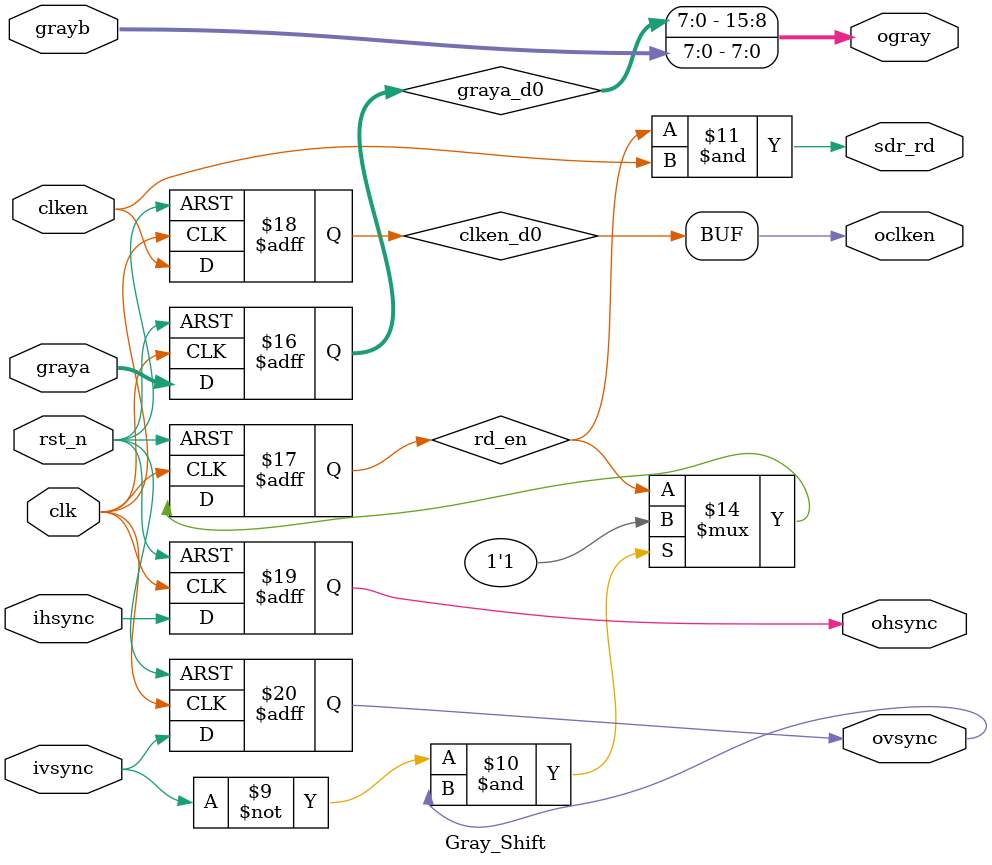
<source format=v>
module Gray_Shift( 
    input               clk     , 
    input               rst_n   , 
    input               clken   , 
    input               ivsync  , 
    input               ihsync  , 
    input       [7:0]   graya   ,   // next frame
    input       [7:0]   grayb   ,   // before frame
    output              sdr_rd  ,   //延时一帧的使能信号
    output      [15:0]  ogray   ,   //延时一帧的灰度信号
    output  reg         ovsync  ,
    output  reg         ohsync  ,
    output              oclken             
) ; 
 
always@(posedge clk or negedge rst_n) begin 
    if ( !rst_n) 
        ovsync <= 1'b0; 
    else 
        ovsync <=  ivsync; 
end 
 
always@(posedge clk or negedge rst_n) begin 
    if ( !rst_n) 
        ohsync <= 1'b0; 
    else 
        ohsync <= ihsync; 
end 


reg clken_d0; 
always@(posedge clk or negedge rst_n) begin 
    if ( !rst_n) 
        clken_d0 <= 1'b0; 
    else 
        clken_d0 <= clken; 
end 

reg rd_en; 
always@(posedge clk or negedge rst_n) begin 
    if ( !rst_n) 
        rd_en <= 1'b0; 
    else if(~ivsync & ovsync) 
        rd_en <= 1'b1; 
end 
 
assign sdr_rd = rd_en & clken; 
reg [ 7:0] graya_d0; 
always@(posedge clk or negedge rst_n) begin 
    if ( !rst_n) 
        graya_d0 <= 1'b0; 
    else 
        graya_d0 <= graya; 
end 

assign oclken = clken_d0  ;
assign ogray  = {graya_d0, grayb} ;

endmodule 		  
</source>
